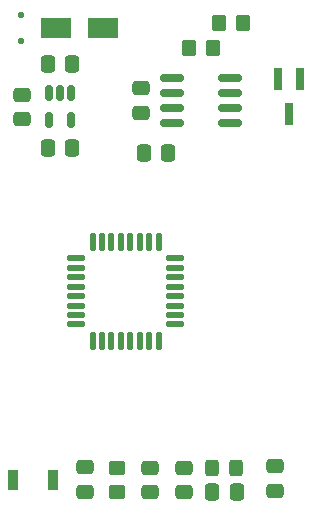
<source format=gbr>
G04 #@! TF.GenerationSoftware,KiCad,Pcbnew,7.0.6*
G04 #@! TF.CreationDate,2023-08-02T16:00:49+02:00*
G04 #@! TF.ProjectId,MCU_Board,4d43555f-426f-4617-9264-2e6b69636164,rev?*
G04 #@! TF.SameCoordinates,Original*
G04 #@! TF.FileFunction,Paste,Top*
G04 #@! TF.FilePolarity,Positive*
%FSLAX46Y46*%
G04 Gerber Fmt 4.6, Leading zero omitted, Abs format (unit mm)*
G04 Created by KiCad (PCBNEW 7.0.6) date 2023-08-02 16:00:49*
%MOMM*%
%LPD*%
G01*
G04 APERTURE LIST*
G04 Aperture macros list*
%AMRoundRect*
0 Rectangle with rounded corners*
0 $1 Rounding radius*
0 $2 $3 $4 $5 $6 $7 $8 $9 X,Y pos of 4 corners*
0 Add a 4 corners polygon primitive as box body*
4,1,4,$2,$3,$4,$5,$6,$7,$8,$9,$2,$3,0*
0 Add four circle primitives for the rounded corners*
1,1,$1+$1,$2,$3*
1,1,$1+$1,$4,$5*
1,1,$1+$1,$6,$7*
1,1,$1+$1,$8,$9*
0 Add four rect primitives between the rounded corners*
20,1,$1+$1,$2,$3,$4,$5,0*
20,1,$1+$1,$4,$5,$6,$7,0*
20,1,$1+$1,$6,$7,$8,$9,0*
20,1,$1+$1,$8,$9,$2,$3,0*%
G04 Aperture macros list end*
%ADD10R,2.500000X1.700000*%
%ADD11RoundRect,0.250000X-0.475000X0.337500X-0.475000X-0.337500X0.475000X-0.337500X0.475000X0.337500X0*%
%ADD12RoundRect,0.250000X-0.337500X-0.475000X0.337500X-0.475000X0.337500X0.475000X-0.337500X0.475000X0*%
%ADD13RoundRect,0.250000X0.325000X0.450000X-0.325000X0.450000X-0.325000X-0.450000X0.325000X-0.450000X0*%
%ADD14RoundRect,0.250000X-0.450000X0.350000X-0.450000X-0.350000X0.450000X-0.350000X0.450000X0.350000X0*%
%ADD15RoundRect,0.250000X-0.350000X-0.450000X0.350000X-0.450000X0.350000X0.450000X-0.350000X0.450000X0*%
%ADD16RoundRect,0.125000X0.125000X-0.625000X0.125000X0.625000X-0.125000X0.625000X-0.125000X-0.625000X0*%
%ADD17RoundRect,0.125000X0.625000X-0.125000X0.625000X0.125000X-0.625000X0.125000X-0.625000X-0.125000X0*%
%ADD18RoundRect,0.150000X-0.825000X-0.150000X0.825000X-0.150000X0.825000X0.150000X-0.825000X0.150000X0*%
%ADD19R,0.900000X1.700000*%
%ADD20R,0.800000X1.900000*%
%ADD21RoundRect,0.125000X0.125000X-0.125000X0.125000X0.125000X-0.125000X0.125000X-0.125000X-0.125000X0*%
%ADD22RoundRect,0.150000X-0.150000X0.512500X-0.150000X-0.512500X0.150000X-0.512500X0.150000X0.512500X0*%
G04 APERTURE END LIST*
D10*
X72250000Y-113250000D03*
X76250000Y-113250000D03*
D11*
X74700000Y-150400000D03*
X74700000Y-152475000D03*
D12*
X71564500Y-116292000D03*
X73639500Y-116292000D03*
D11*
X69400000Y-118862500D03*
X69400000Y-120937500D03*
D12*
X79692500Y-123785000D03*
X81767500Y-123785000D03*
D11*
X83100000Y-150462500D03*
X83100000Y-152537500D03*
D12*
X85474500Y-152522499D03*
X87549500Y-152522499D03*
D13*
X87537000Y-150447097D03*
X85487000Y-150447097D03*
D14*
X77400000Y-150500000D03*
X77400000Y-152500000D03*
D15*
X83540000Y-114895000D03*
X85540000Y-114895000D03*
X86100000Y-112800000D03*
X88100000Y-112800000D03*
D16*
X75357402Y-139696402D03*
X76157402Y-139696402D03*
X76957402Y-139696402D03*
X77757402Y-139696402D03*
X78557402Y-139696402D03*
X79357402Y-139696402D03*
X80157402Y-139696402D03*
X80957402Y-139696402D03*
D17*
X82332402Y-138321402D03*
X82332402Y-137521402D03*
X82332402Y-136721402D03*
X82332402Y-135921402D03*
X82332402Y-135121402D03*
X82332402Y-134321402D03*
X82332402Y-133521402D03*
X82332402Y-132721402D03*
D16*
X80957402Y-131346402D03*
X80157402Y-131346402D03*
X79357402Y-131346402D03*
X78557402Y-131346402D03*
X77757402Y-131346402D03*
X76957402Y-131346402D03*
X76157402Y-131346402D03*
X75357402Y-131346402D03*
D17*
X73982402Y-132721402D03*
X73982402Y-133521402D03*
X73982402Y-134321402D03*
X73982402Y-135121402D03*
X73982402Y-135921402D03*
X73982402Y-136721402D03*
X73982402Y-137521402D03*
X73982402Y-138321402D03*
D18*
X82065000Y-117435000D03*
X82065000Y-118705000D03*
X82065000Y-119975000D03*
X82065000Y-121245000D03*
X87015000Y-121245000D03*
X87015000Y-119975000D03*
X87015000Y-118705000D03*
X87015000Y-117435000D03*
D11*
X80200000Y-150462500D03*
X80200000Y-152537500D03*
X90763000Y-150328000D03*
X90763000Y-152403000D03*
D19*
X72000000Y-151500000D03*
X68600000Y-151500000D03*
D11*
X79460000Y-118302500D03*
X79460000Y-120377500D03*
D12*
X71564500Y-123404000D03*
X73639500Y-123404000D03*
D20*
X92950000Y-117500000D03*
X91050000Y-117500000D03*
X92000000Y-120500000D03*
D21*
X69300000Y-114344000D03*
X69300000Y-112144000D03*
D22*
X73552000Y-118710500D03*
X72602000Y-118710500D03*
X71652000Y-118710500D03*
X71652000Y-120985500D03*
X73552000Y-120985500D03*
M02*

</source>
